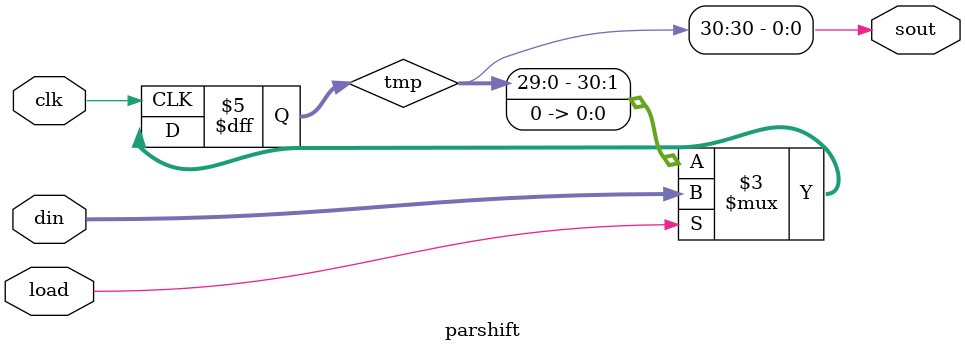
<source format=v>
`timescale 1ns / 1ps

// synchronous parallel load shift register
// adapted from www.csit-sun.pub.ro/courses/Masterat/Xilinx%20Synthesis%20Technology/
// toolbox.xilinx.com/docsan/xilinx4/data/docs/xst/hdlcode8.html

module parshift (
  input  clk,
  input load,
  input [WIDTH:0] din,
  output sout );

parameter WIDTH = 30;  // MSB of the shift reg (WIDTH+1 bits total)

reg [WIDTH:0] tmp; 
 
always @(posedge clk) 
  begin 
    if (load) 
      tmp = din; 
    else 
      tmp = {tmp[(WIDTH-1):0], 1'b0}; // shift left and 0-fill on right
  end 

assign sout = tmp[WIDTH]; 
endmodule 

</source>
